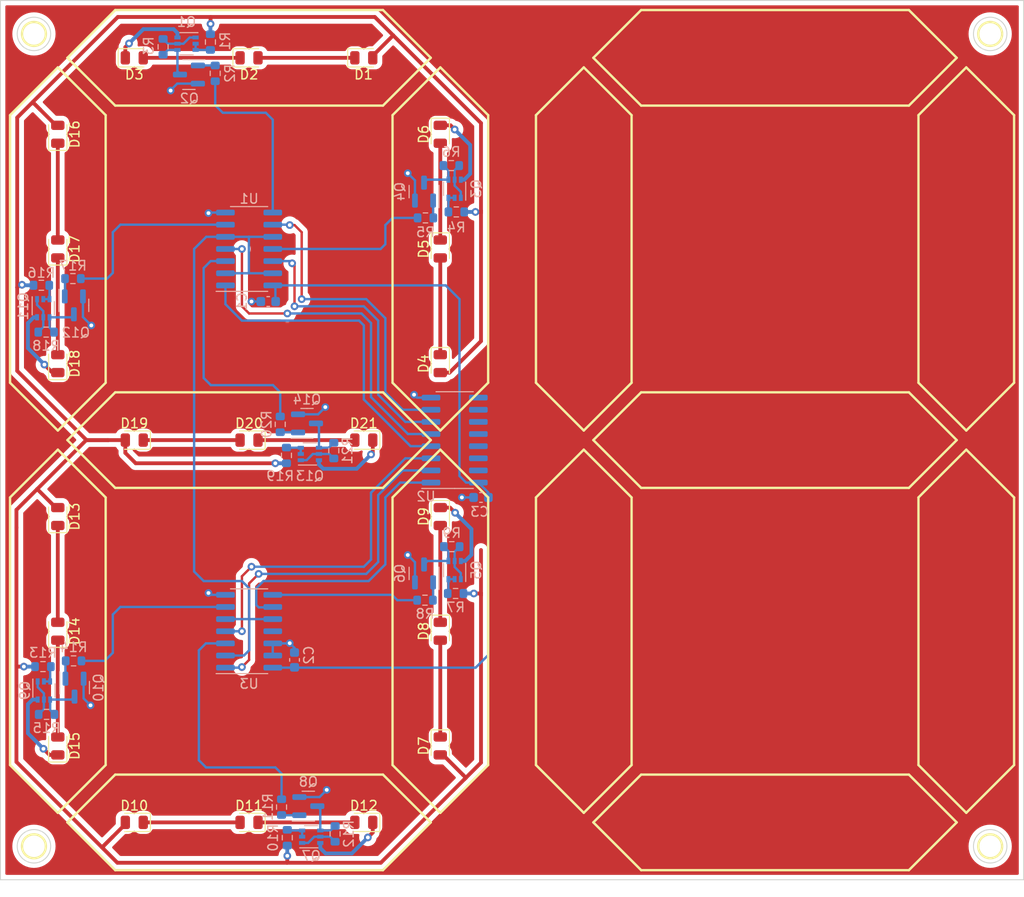
<source format=kicad_pcb>
(kicad_pcb (version 20211014) (generator pcbnew)
  (title_block (comment 4 "AISLER Project ID: KLSCYCWS"))
  (layers (0 "F.Cu" signal) (31 "B.Cu" signal) (34 "B.Paste" user) (35 "F.Paste" user) (36 "B.SilkS" user "B.Silkscreen") (37 "F.SilkS" user "F.Silkscreen") (38 "B.Mask" user) (39 "F.Mask" user) (44 "Edge.Cuts" user))
  (net 0 "")
  (net 1 "+5V")
  (net 2 "GND")
  (net 3 "Net-(D1-Pad1)")
  (net 4 "+12V")
  (net 5 "Net-(D2-Pad1)")
  (net 6 "Net-(D3-Pad1)")
  (net 7 "Net-(D4-Pad1)")
  (net 8 "Net-(D5-Pad1)")
  (net 9 "Net-(D6-Pad1)")
  (net 10 "Net-(D7-Pad1)")
  (net 11 "Net-(D8-Pad1)")
  (net 12 "Net-(D9-Pad1)")
  (net 13 "Net-(D10-Pad1)")
  (net 14 "Net-(D11-Pad1)")
  (net 15 "Net-(D12-Pad1)")
  (net 16 "Net-(D13-Pad1)")
  (net 17 "Net-(D14-Pad1)")
  (net 18 "Net-(D15-Pad1)")
  (net 19 "Net-(D16-Pad1)")
  (net 20 "Net-(D17-Pad1)")
  (net 21 "Net-(D18-Pad1)")
  (net 22 "Net-(D19-Pad1)")
  (net 23 "Net-(D20-Pad1)")
  (net 24 "Net-(D21-Pad1)")
  (net 25 "Net-(Q1-Pad1)")
  (net 26 "Net-(Q1-Pad2)")
  (net 27 "Net-(Q1-Pad4)")
  (net 28 "Net-(Q2-Pad1)")
  (net 29 "Net-(Q3-Pad1)")
  (net 30 "Net-(Q3-Pad2)")
  (net 31 "Net-(Q3-Pad4)")
  (net 32 "Net-(Q4-Pad1)")
  (net 33 "Net-(Q5-Pad1)")
  (net 34 "Net-(Q5-Pad2)")
  (net 35 "Net-(Q5-Pad4)")
  (net 36 "Net-(Q6-Pad1)")
  (net 37 "Net-(Q7-Pad1)")
  (net 38 "Net-(Q7-Pad2)")
  (net 39 "Net-(Q7-Pad4)")
  (net 40 "Net-(Q8-Pad1)")
  (net 41 "Net-(Q9-Pad1)")
  (net 42 "Net-(Q9-Pad2)")
  (net 43 "Net-(Q10-Pad3)")
  (net 44 "Net-(Q10-Pad1)")
  (net 45 "Net-(Q11-Pad1)")
  (net 46 "Net-(Q11-Pad2)")
  (net 47 "Net-(Q11-Pad4)")
  (net 48 "Net-(Q12-Pad1)")
  (net 49 "Net-(Q13-Pad1)")
  (net 50 "Net-(Q13-Pad2)")
  (net 51 "Net-(Q13-Pad4)")
  (net 52 "Net-(Q14-Pad1)")
  (net 53 "PWM")
  (net 54 "SERclr")
  (net 55 "SERclk")
  (net 56 "REGclr")
  (net 57 "OE")
  (net 58 "Serial")
  (net 59 "/Digit-MinuteTen/Araw")
  (net 60 "/Digit-MinuteTen/Braw")
  (net 61 "/Digit-MinuteTen/Craw")
  (net 62 "/Digit-MinuteTen/Draw")
  (net 63 "/Digit-MinuteTen/Eraw")
  (net 64 "/Digit-MinuteTen/Fraw")
  (net 65 "/Digit-MinuteTen/Graw")
  (net 66 "/Digit-MinuteTen/SERout")
  (net 68 "/Digit-MinuteTen/C")
  (net 69 "/Digit-MinuteTen/D")
  (net 70 "/Digit-MinuteTen/E")
  (net 71 "/Digit-MinuteTen/G")
  (net 72 "/Digit-MinuteTen/F")
  (net 74 "/Digit-MinuteTen/B")
  (net 75 "/Digit-MinuteTen/A")
  (footprint "LED_SMD:LED_0805_2012Metric" (layer "F.Cu") (at 207.49375 95 -90)
    (fp_text reference "D5")
    (fp_text value "LTST-C171KRKT ")
  )
  (footprint "LED_SMD:LED_0805_2012Metric" (layer "F.Cu") (at 167.49375 83 90)
    (fp_text reference "D16")
    (fp_text value "LTST-C171KRKT ")
  )
  (footprint "LED_SMD:LED_0805_2012Metric" (layer "F.Cu") (at 167.49375 135 90)
    (fp_text reference "D14")
    (fp_text value "LTST-C171KRKT ")
  )
  (footprint "LED_SMD:LED_0805_2012Metric" (layer "F.Cu") (at 187.49375 155 180)
    (fp_text reference "D11")
    (fp_text value "LTST-C171KRKT ")
  )
  (footprint "LED_SMD:LED_0805_2012Metric" (layer "F.Cu") (at 167.49375 123 90)
    (fp_text reference "D13")
    (fp_text value "LTST-C171KRKT ")
  )
  (footprint "LED_SMD:LED_0805_2012Metric" (layer "F.Cu") (at 207.49375 135 -90)
    (fp_text reference "D8")
    (fp_text value "LTST-C171KRKT ")
  )
  (footprint "LED_SMD:LED_0805_2012Metric" (layer "F.Cu") (at 167.49375 95 90)
    (fp_text reference "D17")
    (fp_text value "LTST-C171KRKT ")
  )
  (footprint "LED_SMD:LED_0805_2012Metric" (layer "F.Cu") (at 175.49375 75)
    (fp_text reference "D3")
    (fp_text value "LTST-C171KRKT ")
  )
  (footprint "LED_SMD:LED_0805_2012Metric" (layer "F.Cu") (at 207.49375 147 -90)
    (fp_text reference "D7")
    (fp_text value "LTST-C171KRKT ")
  )
  (footprint "LED_SMD:LED_0805_2012Metric" (layer "F.Cu") (at 199.49375 155 180)
    (fp_text reference "D12")
    (fp_text value "LTST-C171KRKT ")
  )
  (footprint "LED_SMD:LED_0805_2012Metric" (layer "F.Cu") (at 207.49375 107 -90)
    (fp_text reference "D4")
    (fp_text value "LTST-C171KRKT ")
  )
  (footprint "LED_SMD:LED_0805_2012Metric" (layer "F.Cu") (at 187.49375 115 180)
    (fp_text reference "D20")
    (fp_text value "LTST-C171KRKT ")
  )
  (footprint "LED_SMD:LED_0805_2012Metric" (layer "F.Cu") (at 207.49375 123 -90)
    (fp_text reference "D9")
    (fp_text value "LTST-C171KRKT ")
  )
  (footprint "LED_SMD:LED_0805_2012Metric" (layer "F.Cu") (at 207.49375 83 -90)
    (fp_text reference "D6")
    (fp_text value "LTST-C171KRKT ")
  )
  (footprint "LED_SMD:LED_0805_2012Metric" (layer "F.Cu") (at 175.49375 115 180)
    (fp_text reference "D19")
    (fp_text value "LTST-C171KRKT ")
  )
  (footprint "LED_SMD:LED_0805_2012Metric" (layer "F.Cu") (at 187.49375 75)
    (fp_text reference "D2")
    (fp_text value "LTST-C171KRKT ")
  )
  (footprint "LED_SMD:LED_0805_2012Metric" (layer "F.Cu") (at 167.49375 147 90)
    (fp_text reference "D15")
    (fp_text value "LTST-C171KRKT ")
  )
  (footprint "LED_SMD:LED_0805_2012Metric" (layer "F.Cu") (at 175.49375 155 180)
    (fp_text reference "D10")
    (fp_text value "LTST-C171KRKT ")
  )
  (footprint "LED_SMD:LED_0805_2012Metric" (layer "F.Cu") (at 199.49375 75)
    (fp_text reference "D1")
    (fp_text value "LTST-C171KRKT ")
  )
  (footprint "LED_SMD:LED_0805_2012Metric" (layer "F.Cu") (at 199.49375 115 180)
    (fp_text reference "D21")
    (fp_text value "LTST-C171KRKT ")
  )
  (footprint "LED_SMD:LED_0805_2012Metric" (layer "F.Cu") (at 167.49375 107 90)
    (fp_text reference "D18")
    (fp_text value "LTST-C171KRKT ")
  )
  (footprint "Resistor_SMD:R_0603_1608Metric" (layer "B.Cu") (at 165.775 98.8)
    (fp_text reference "R16")
    (fp_text value "10k")
  )
  (footprint "Resistor_SMD:R_0603_1608Metric" (layer "B.Cu") (at 190.75625 113.35 -90)
    (fp_text reference "R20")
    (fp_text value "10")
  )
  (footprint "Package_TO_SOT_SMD:SOT-363_SC-70-6" (layer "B.Cu") (at 208.99375 128.6 90)
    (fp_text reference "Q5")
    (fp_text value "MBT3904DW1")
  )
  (footprint "Package_TO_SOT_SMD:SOT-363_SC-70-6" (layer "B.Cu") (at 180.95625 73.525 180)
    (fp_text reference "Q1")
    (fp_text value "MBT3904DW1")
  )
  (footprint "Package_TO_SOT_SMD:SOT-23" (layer "B.Cu") (at 169.175 100.9 -90)
    (fp_text reference "Q12")
    (fp_text value "IRLML6346")
  )
  (footprint "Package_TO_SOT_SMD:SOT-363_SC-70-6" (layer "B.Cu") (at 208.99375 88.7 90)
    (fp_text reference "Q3")
    (fp_text value "MBT3904DW1")
  )
  (footprint "Resistor_SMD:R_0603_1608Metric" (layer "B.Cu") (at 183.95625 76.625 90)
    (fp_text reference "R2")
    (fp_text value "10")
  )
  (footprint "Resistor_SMD:R_0603_1608Metric" (layer "B.Cu") (at 169.075 98.1 180)
    (fp_text reference "R17")
    (fp_text value "10")
  )
  (footprint "Resistor_SMD:R_0603_1608Metric" (layer "B.Cu") (at 166.31875 143.7)
    (fp_text reference "R15")
    (fp_text value "36")
  )
  (footprint "Resistor_SMD:R_0603_1608Metric" (layer "B.Cu") (at 205.89375 131.75)
    (fp_text reference "R8")
    (fp_text value "10")
  )
  (footprint "Resistor_SMD:R_0603_1608Metric" (layer "B.Cu") (at 183.45625 73.35 -90)
    (fp_text reference "R1")
    (fp_text value "10k")
  )
  (footprint "Package_TO_SOT_SMD:SOT-363_SC-70-6" (layer "B.Cu") (at 193.99375 156.5)
    (fp_text reference "Q7")
    (fp_text value "MBT3904DW1")
  )
  (footprint "Package_SO:SOIC-14_3.9x8.7mm_P1.27mm" (layer "B.Cu") (at 187.5 95)
    (fp_text reference "U1")
    (fp_text value "SN74LS08")
  )
  (footprint "Resistor_SMD:R_0603_1608Metric" (layer "B.Cu") (at 166.275 103.7)
    (fp_text reference "R18")
    (fp_text value "36")
  )
  (footprint "Package_TO_SOT_SMD:SOT-23" (layer "B.Cu") (at 193.69375 153.3)
    (fp_text reference "Q8")
    (fp_text value "IRLML6346")
  )
  (footprint "Resistor_SMD:R_0603_1608Metric" (layer "B.Cu") (at 208.64375 86.275 180)
    (fp_text reference "R6")
    (fp_text value "36")
  )
  (footprint "Resistor_SMD:R_0603_1608Metric" (layer "B.Cu") (at 209.16875 91.125 180)
    (fp_text reference "R4")
    (fp_text value "10k")
  )
  (footprint "Resistor_SMD:R_0603_1608Metric" (layer "B.Cu") (at 196.49375 156.2 90)
    (fp_text reference "R12")
    (fp_text value "36")
  )
  (footprint "Package_SO:SOIC-14_3.9x8.7mm_P1.27mm" (layer "B.Cu") (at 187.5 135)
    (fp_text reference "U3")
    (fp_text value "SN74LS08")
  )
  (footprint "Capacitor_SMD:C_0603_1608Metric" (layer "B.Cu") (at 192.25 138 90)
    (fp_text reference "C2")
    (fp_text value "100n")
  )
  (footprint "Resistor_SMD:R_0603_1608Metric" (layer "B.Cu") (at 208.69375 126.15 180)
    (fp_text reference "R9")
    (fp_text value "36")
  )
  (footprint "Package_TO_SOT_SMD:SOT-23" (layer "B.Cu") (at 205.79375 89 90)
    (fp_text reference "Q4")
    (fp_text value "IRLML6346")
  )
  (footprint "Resistor_SMD:R_0603_1608Metric" (layer "B.Cu") (at 178.50625 73.85 -90)
    (fp_text reference "R3")
    (fp_text value "36")
  )
  (footprint "Resistor_SMD:R_0603_1608Metric" (layer "B.Cu") (at 165.94375 138.7)
    (fp_text reference "R13")
    (fp_text value "10k")
  )
  (footprint "Resistor_SMD:R_0603_1608Metric" (layer "B.Cu") (at 191.40625 116.6 90)
    (fp_text reference "R19")
    (fp_text value "10k")
  )
  (footprint "Package_TO_SOT_SMD:SOT-363_SC-70-6" (layer "B.Cu") (at 165.975 101.2 -90)
    (fp_text reference "Q11")
    (fp_text value "MBT3904DW1")
  )
  (footprint "Package_TO_SOT_SMD:SOT-23" (layer "B.Cu") (at 181.20625 76.75 180)
    (fp_text reference "Q2")
    (fp_text value "IRLML6346")
  )
  (footprint "Resistor_SMD:R_0603_1608Metric" (layer "B.Cu") (at 191.49375 156.6 90)
    (fp_text reference "R10")
    (fp_text value "10k")
  )
  (footprint "Resistor_SMD:R_0603_1608Metric" (layer "B.Cu") (at 209.09375 131.05 180)
    (fp_text reference "R7")
    (fp_text value "10k")
  )
  (footprint "Package_SO:SOIC-16_3.9x9.9mm_P1.27mm" (layer "B.Cu") (at 209 115)
    (fp_text reference "U2")
    (fp_text value "SN74HC595DT")
  )
  (footprint "Package_TO_SOT_SMD:SOT-363_SC-70-6" (layer "B.Cu") (at 166.04375 141.2 -90)
    (fp_text reference "Q9")
    (fp_text value "MBT3904DW1")
  )
  (footprint "Package_TO_SOT_SMD:SOT-363_SC-70-6" (layer "B.Cu") (at 193.85625 116.45)
    (fp_text reference "Q13")
    (fp_text value "MBT3904DW1")
  )
  (footprint "Package_TO_SOT_SMD:SOT-23" (layer "B.Cu") (at 193.55625 113.25)
    (fp_text reference "Q14")
    (fp_text value "IRLML6346")
  )
  (footprint "Resistor_SMD:R_0603_1608Metric" (layer "B.Cu") (at 190.89375 153.4 -90)
    (fp_text reference "R11")
    (fp_text value "10")
  )
  (footprint "Resistor_SMD:R_0603_1608Metric" (layer "B.Cu") (at 169.14375 138.1 180)
    (fp_text reference "R14")
    (fp_text value "10")
  )
  (footprint "Resistor_SMD:R_0603_1608Metric" (layer "B.Cu") (at 196.35625 116.1 90)
    (fp_text reference "R21")
    (fp_text value "36")
  )
  (footprint "Package_TO_SOT_SMD:SOT-23" (layer "B.Cu") (at 205.79375 128.95 90)
    (fp_text reference "Q6")
    (fp_text value "IRLML6346")
  )
  (footprint "Capacitor_SMD:C_0603_1608Metric" (layer "B.Cu") (at 211.75 121 180)
    (fp_text reference "C3")
    (fp_text value "100n")
  )
  (footprint "Resistor_SMD:R_0603_1608Metric" (layer "B.Cu") (at 205.94375 91.75)
    (fp_text reference "R5")
    (fp_text value "10")
  )
  (footprint "Package_TO_SOT_SMD:SOT-23" (layer "B.Cu") (at 169.24375 140.9 -90)
    (fp_text reference "Q10")
    (fp_text value "IRLML6346")
  )
  (footprint "Capacitor_SMD:C_0603_1608Metric" (layer "B.Cu") (at 189.5 100.5 180)
    (fp_text reference "C1")
    (fp_text value "100n")
  )
  (gr_line locked (start 167.5 114) (end 172.5 109) (layer "F.SilkS") (width 0.25))
  (gr_line locked (start 212.5 81) (end 207.5 76) (layer "F.SilkS") (width 0.25))
  (gr_line locked (start 262.5 154) (end 267.5 149) (layer "F.SilkS") (width 0.25))
  (gr_line locked (start 173.5 160) (end 201.5 160) (layer "F.SilkS") (width 0.25))
  (gr_line locked (start 212.5 121) (end 207.5 116) (layer "F.SilkS") (width 0.25))
  (gr_line locked (start 212.5 109) (end 212.5 81) (layer "F.SilkS") (width 0.25))
  (gr_line locked (start 172.5 121) (end 167.5 116) (layer "F.SilkS") (width 0.25))
  (gr_line locked (start 267.5 121) (end 262.5 116) (layer "F.SilkS") (width 0.25))
  (gr_line locked (start 227.5 121) (end 222.5 116) (layer "F.SilkS") (width 0.25))
  (gr_line locked (start 228.5 120) (end 256.5 120) (layer "F.SilkS") (width 0.25))
  (gr_line locked (start 256.5 110) (end 228.5 110) (layer "F.SilkS") (width 0.25))
  (gr_line locked (start 162.5 121) (end 162.5 149) (layer "F.SilkS") (width 0.25))
  (gr_line locked (start 261.5 115) (end 256.5 110) (layer "F.SilkS") (width 0.25))
  (gr_line locked (start 201.5 150) (end 173.5 150) (layer "F.SilkS") (width 0.25))
  (gr_line locked (start 228.5 70) (end 223.5 75) (layer "F.SilkS") (width 0.25))
  (gr_line locked (start 206.5 155) (end 201.5 150) (layer "F.SilkS") (width 0.25))
  (gr_line locked (start 256.5 160) (end 261.5 155) (layer "F.SilkS") (width 0.25))
  (gr_line locked (start 222.5 154) (end 227.5 149) (layer "F.SilkS") (width 0.25))
  (gr_line locked (start 228.5 150) (end 223.5 155) (layer "F.SilkS") (width 0.25))
  (gr_line locked (start 228.5 80) (end 256.5 80) (layer "F.SilkS") (width 0.25))
  (gr_line locked (start 207.5 154) (end 212.5 149) (layer "F.SilkS") (width 0.25))
  (gr_line locked (start 256.5 150) (end 228.5 150) (layer "F.SilkS") (width 0.25))
  (gr_line locked (start 223.5 115) (end 228.5 120) (layer "F.SilkS") (width 0.25))
  (gr_line locked (start 223.5 155) (end 228.5 160) (layer "F.SilkS") (width 0.25))
  (gr_line locked (start 227.5 149) (end 227.5 121) (layer "F.SilkS") (width 0.25))
  (gr_circle locked (center 165 72.5) (end 166.25 72.5) (layer "F.SilkS") (width 0.25) (fill none))
  (gr_line locked (start 172.5 149) (end 172.5 121) (layer "F.SilkS") (width 0.25))
  (gr_line locked (start 222.5 116) (end 217.5 121) (layer "F.SilkS") (width 0.25))
  (gr_line locked (start 162.5 149) (end 167.5 154) (layer "F.SilkS") (width 0.25))
  (gr_line locked (start 256.5 120) (end 261.5 115) (layer "F.SilkS") (width 0.25))
  (gr_line locked (start 261.5 75) (end 256.5 70) (layer "F.SilkS") (width 0.25))
  (gr_line locked (start 228.5 160) (end 256.5 160) (layer "F.SilkS") (width 0.25))
  (gr_line locked (start 267.5 109) (end 267.5 81) (layer "F.SilkS") (width 0.25))
  (gr_line locked (start 222.5 114) (end 227.5 109) (layer "F.SilkS") (width 0.25))
  (gr_line locked (start 257.5 121) (end 257.5 149) (layer "F.SilkS") (width 0.25))
  (gr_line locked (start 201.5 70) (end 173.5 70) (layer "F.SilkS") (width 0.25))
  (gr_line locked (start 222.5 76) (end 217.5 81) (layer "F.SilkS") (width 0.25))
  (gr_line locked (start 172.5 109) (end 172.5 81) (layer "F.SilkS") (width 0.25))
  (gr_circle locked (center 165 157.5) (end 166.25 157.5) (layer "F.SilkS") (width 0.25) (fill none))
  (gr_line locked (start 167.5 116) (end 162.5 121) (layer "F.SilkS") (width 0.25))
  (gr_line locked (start 267.5 149) (end 267.5 121) (layer "F.SilkS") (width 0.25))
  (gr_line locked (start 162.5 81) (end 162.5 109) (layer "F.SilkS") (width 0.25))
  (gr_line locked (start 167.5 154) (end 172.5 149) (layer "F.SilkS") (width 0.25))
  (gr_line locked (start 162.5 109) (end 167.5 114) (layer "F.SilkS") (width 0.25))
  (gr_line locked (start 212.5 149) (end 212.5 121) (layer "F.SilkS") (width 0.25))
  (gr_line locked (start 201.5 160) (end 206.5 155) (layer "F.SilkS") (width 0.25))
  (gr_line locked (start 262.5 76) (end 257.5 81) (layer "F.SilkS") (width 0.25))
  (gr_line locked (start 202.5 121) (end 202.5 149) (layer "F.SilkS") (width 0.25))
  (gr_line locked (start 207.5 114) (end 212.5 109) (layer "F.SilkS") (width 0.25))
  (gr_line locked (start 228.5 110) (end 223.5 115) (layer "F.SilkS") (width 0.25))
  (gr_line locked (start 202.5 81) (end 202.5 109) (layer "F.SilkS") (width 0.25))
  (gr_line locked (start 206.5 115) (end 201.5 110) (layer "F.SilkS") (width 0.25))
  (gr_line locked (start 168.5 155) (end 173.5 160) (layer "F.SilkS") (width 0.25))
  (gr_line locked (start 207.5 76) (end 202.5 81) (layer "F.SilkS") (width 0.25))
  (gr_line locked (start 227.5 109) (end 227.5 81) (layer "F.SilkS") (width 0.25))
  (gr_line locked (start 168.5 115) (end 173.5 120) (layer "F.SilkS") (width 0.25))
  (gr_line locked (start 206.5 75) (end 201.5 70) (layer "F.SilkS") (width 0.25))
  (gr_line locked (start 217.5 149) (end 222.5 154) (layer "F.SilkS") (width 0.25))
  (gr_line locked (start 217.5 81) (end 217.5 109) (layer "F.SilkS") (width 0.25))
  (gr_line locked (start 172.5 81) (end 167.5 76) (layer "F.SilkS") (width 0.25))
  (gr_line locked (start 207.5 116) (end 202.5 121) (layer "F.SilkS") (width 0.25))
  (gr_line locked (start 262.5 116) (end 257.5 121) (layer "F.SilkS") (width 0.25))
  (gr_line locked (start 167.5 76) (end 162.5 81) (layer "F.SilkS") (width 0.25))
  (gr_line locked (start 256.5 70) (end 228.5 70) (layer "F.SilkS") (width 0.25))
  (gr_line locked (start 223.5 75) (end 228.5 80) (layer "F.SilkS") (width 0.25))
  (gr_line locked (start 267.5 81) (end 262.5 76) (layer "F.SilkS") (width 0.25))
  (gr_line locked (start 217.5 121) (end 217.5 149) (layer "F.SilkS") (width 0.25))
  (gr_line locked (start 257.5 81) (end 257.5 109) (layer "F.SilkS") (width 0.25))
  (gr_line locked (start 202.5 149) (end 207.5 154) (layer "F.SilkS") (width 0.25))
  (gr_line locked (start 257.5 149) (end 262.5 154) (layer "F.SilkS") (width 0.25))
  (gr_circle locked (center 265 72.5) (end 266.25 72.5) (layer "F.SilkS") (width 0.25) (fill none))
  (gr_line locked (start 173.5 110) (end 168.5 115) (layer "F.SilkS") (width 0.25))
  (gr_line locked (start 173.5 80) (end 201.5 80) (layer "F.SilkS") (width 0.25))
  (gr_line locked (start 262.5 114) (end 267.5 109) (layer "F.SilkS") (width 0.25))
  (gr_line locked (start 217.5 109) (end 222.5 114) (layer "F.SilkS") (width 0.25))
  (gr_line locked (start 173.5 70) (end 168.5 75) (layer "F.SilkS") (width 0.25))
  (gr_circle locked (center 265 157.5) (end 266.25 157.5) (layer "F.SilkS") (width 0.25) (fill none))
  (gr_line locked (start 261.5 155) (end 256.5 150) (layer "F.SilkS") (width 0.25))
  (gr_line locked (start 173.5 150) (end 168.5 155) (layer "F.SilkS") (width 0.25))
  (gr_line locked (start 227.5 81) (end 222.5 76) (layer "F.SilkS") (width 0.25))
  (gr_line locked (start 256.5 80) (end 261.5 75) (layer "F.SilkS") (width 0.25))
  (gr_line locked (start 201.5 120) (end 206.5 115) (layer "F.SilkS") (width 0.25))
  (gr_line locked (start 201.5 110) (end 173.5 110) (layer "F.SilkS") (width 0.25))
  (gr_line locked (start 173.5 120) (end 201.5 120) (layer "F.SilkS") (width 0.25))
  (gr_line locked (start 168.5 75) (end 173.5 80) (layer "F.SilkS") (width 0.25))
  (gr_line locked (start 257.5 109) (end 262.5 114) (layer "F.SilkS") (width 0.25))
  (gr_line locked (start 201.5 80) (end 206.5 75) (layer "F.SilkS") (width 0.25))
  (gr_line locked (start 202.5 109) (end 207.5 114) (layer "F.SilkS") (width 0.25))
  (gr_circle (center 165 72.5) (end 166.75 72.5) (layer "Edge.Cuts") (width 0.1) (fill none))
  (gr_line (start 268.5 161) (end 161.5 161) (layer "Edge.Cuts") (width 0.1))
  (gr_line (start 268.5 69) (end 268.5 161) (layer "Edge.Cuts") (width 0.1))
  (gr_circle (center 265 157.5) (end 266.75 157.5) (layer "Edge.Cuts") (width 0.1) (fill none))
  (gr_line locked (start 161.5 69) (end 268.5 69) (layer "Edge.Cuts") (width 0.1))
  (gr_line (start 161.5 161) (end 161.5 69) (layer "Edge.Cuts") (width 0.1))
  (gr_circle (center 265 72.5) (end 266.75 72.5) (layer "Edge.Cuts") (width 0.1) (fill none))
  (gr_circle (center 165 157.5) (end 166.75 157.5) (layer "Edge.Cuts") (width 0.1) (fill none))
  (gr_text "" (at 162.5 161.019566) (layer "F.SilkS") (effects (font (size 4.83362 3.04518) (thickness 0.604202)) (justify left top)))
  (segment (start 189.975 138.81) (end 211.19 138.81) (width 0.25) (layer "B.Cu") (net 1))
  (segment (start 208.06 98.81) (end 209.5 100.25) (width 0.25) (layer "B.Cu") (net 1))
  (segment (start 211.19 138.81) (end 212.5 137.5) (width 0.25) (layer "B.Cu") (net 1))
  (segment (start 212.5 120.47) (end 211.475 119.445) (width 0.25) (layer "B.Cu") (net 1))
  (segment (start 209.5 100.25) (end 209.5 118.75) (width 0.25) (layer "B.Cu") (net 1))
  (segment (start 210.195 119.445) (end 211.475 119.445) (width 0.25) (layer "B.Cu") (net 1))
  (segment (start 190.25 99.085) (end 189.975 98.81) (width 0.25) (layer "B.Cu") (net 1))
  (segment (start 190.025 138.86) (end 189.975 138.81) (width 0.25) (layer "B.Cu") (net 1))
  (segment (start 190.275 100.5) (end 190.25 100.475) (width 0.25) (layer "B.Cu") (net 1))
  (segment (start 189.975 98.81) (end 208.06 98.81) (width 0.25) (layer "B.Cu") (net 1))
  (segment (start 212.5 137.5) (end 212.5 120.47) (width 0.25) (layer "B.Cu") (net 1))
  (segment (start 190.25 100.475) (end 190.25 99.085) (width 0.25) (layer "B.Cu") (net 1))
  (segment (start 209.5 118.75) (end 210.195 119.445) (width 0.25) (layer "B.Cu") (net 1))
  (via (at 191.75 136.25) (size 0.8) (drill 0.4) (layers "F.Cu" "B.Cu") (net 2))
  (via (at 195.61875 151.6) (size 0.8) (drill 0.4) (layers "F.Cu" "B.Cu") (net 2))
  (via (at 195.46875 111.55) (size 0.8) (drill 0.4) (layers "F.Cu" "B.Cu") (net 2))
  (via (at 170.91875 142.75) (size 0.8) (drill 0.4) (layers "F.Cu" "B.Cu") (net 2))
  (via (at 183.25 91.25) (size 0.8) (drill 0.4) (layers "F.Cu" "B.Cu") (net 2))
  (via (at 204.09375 127.025) (size 0.8) (drill 0.4) (layers "F.Cu" "B.Cu") (net 2))
  (via (at 171 103) (size 0.8) (drill 0.4) (layers "F.Cu" "B.Cu") (net 2))
  (via (at 183.25 131) (size 0.8) (drill 0.4) (layers "F.Cu" "B.Cu") (net 2))
  (via (at 179.29375 78.425) (size 0.8) (drill 0.4) (layers "F.Cu" "B.Cu") (net 2))
  (via (at 204.75 110.25) (size 0.8) (drill 0.4) (layers "F.Cu" "B.Cu") (net 2))
  (via (at 209.75 121) (size 0.8) (drill 0.4) (layers "F.Cu" "B.Cu") (net 2))
  (via (at 187.75 100.5) (size 0.8) (drill 0.4) (layers "F.Cu" "B.Cu") (net 2))
  (via (at 204.09375 87.075) (size 0.8) (drill 0.4) (layers "F.Cu" "B.Cu") (net 2))
  (segment (start 204.84375 129.8875) (end 204.84375 127.775) (width 0.25) (layer "B.Cu") (net 2))
  (segment (start 192.25 136.75) (end 191.75 136.25) (width 0.25) (layer "B.Cu") (net 2))
  (segment (start 183.25 91.25) (end 183.31 91.19) (width 0.25) (layer "B.Cu") (net 2))
  (segment (start 194.86875 152.35) (end 195.61875 151.6) (width 0.25) (layer "B.Cu") (net 2))
  (segment (start 170.19375 142.025) (end 170.91875 142.75) (width 0.25) (layer "B.Cu") (net 2))
  (segment (start 179.29375 78.3875) (end 179.98125 77.7) (width 0.25) (layer "B.Cu") (net 2))
  (segment (start 179.98125 77.7) (end 182.21875 77.7) (width 0.25) (layer "B.Cu") (net 2))
  (segment (start 210.975 121) (end 209.75 121) (width 0.25) (layer "B.Cu") (net 2))
  (segment (start 192.61875 112.3) (end 194.71875 112.3) (width 0.25) (layer "B.Cu") (net 2))
  (segment (start 171 103) (end 170.125 102.125) (width 0.25) (layer "B.Cu") (net 2))
  (segment (start 205.055 110.555) (end 206.525 110.555) (width 0.25) (layer "B.Cu") (net 2))
  (segment (start 204.75 110.25) (end 205.055 110.555) (width 0.25) (layer "B.Cu") (net 2))
  (segment (start 187.75 100.5) (end 188.725 100.5) (width 0.25) (layer "B.Cu") (net 2))
  (segment (start 194.71875 112.3) (end 195.46875 111.55) (width 0.25) (layer "B.Cu") (net 2))
  (segment (start 189.975 137.54) (end 189.975 136.27) (width 0.25) (layer "B.Cu") (net 2))
  (segment (start 185.025 131.19) (end 183.44 131.19) (width 0.25) (layer "B.Cu") (net 2))
  (segment (start 170.19375 139.9625) (end 170.19375 142.025) (width 0.25) (layer "B.Cu") (net 2))
  (segment (start 192.25 137.225) (end 192.25 136.75) (width 0.25) (layer "B.Cu") (net 2))
  (segment (start 204.84375 127.775) (end 204.09375 127.025) (width 0.25) (layer "B.Cu") (net 2))
  (segment (start 204.84375 87.825) (end 204.09375 87.075) (width 0.25) (layer "B.Cu") (net 2))
  (segment (start 170.125 102.125) (end 170.125 99.9625) (width 0.25) (layer "B.Cu") (net 2))
  (segment (start 179.29375 78.425) (end 179.29375 78.3875) (width 0.25) (layer "B.Cu") (net 2))
  (segment (start 192.75625 152.35) (end 194.86875 152.35) (width 0.25) (layer "B.Cu") (net 2))
  (segment (start 183.31 91.19) (end 185.025 91.19) (width 0.25) (layer "B.Cu") (net 2))
  (segment (start 189.975 136.27) (end 191.73 136.27) (width 0.25) (layer "B.Cu") (net 2))
  (segment (start 204.84375 89.9375) (end 204.84375 87.825) (width 0.25) (layer "B.Cu") (net 2))
  (segment (start 183.44 131.19) (end 183.25 131) (width 0.25) (layer "B.Cu") (net 2))
  (segment (start 191.73 136.27) (end 191.75 136.25) (width 0.25) (layer "B.Cu") (net 2))
  (segment (start 198.55625 75) (end 188.43125 75) (width 0.4) (layer "F.Cu") (net 3))
  (segment (start 167.49375 122.0625) (end 167.28125 122.0625) (width 0.4) (layer "F.Cu") (net 4))
  (segment (start 173.775 70.725) (end 183.46875 70.725) (width 0.4) (layer "F.Cu") (net 4))
  (segment (start 211.75 131.25) (end 211.75 126.5) (width 0.4) (layer "F.Cu") (net 4))
  (segment (start 207.49375 147.9375) (end 207.78125 147.9375) (width 0.4) (layer "F.Cu") (net 4))
  (segment (start 201.275 159.225) (end 210.171875 150.328125) (width 0.4) (layer "F.Cu") (net 4))
  (segment (start 191.49375 159.2) (end 191.46875 159.225) (width 0.4) (layer "F.Cu") (net 4))
  (segment (start 200.43125 74.7875) (end 202.56875 72.65) (width 0.4) (layer "F.Cu") (net 4))
  (segment (start 191.46875 159.225) (end 201.275 159.225) (width 0.4) (layer "F.Cu") (net 4))
  (segment (start 172.24375 157.5) (end 172.24375 157.74375) (width 0.4) (layer "F.Cu") (net 4))
  (segment (start 170.49375 115) (end 163.25 107.75625) (width 0.4) (layer "F.Cu") (net 4))
  (segment (start 170.46875 115) (end 165.34375 120.125) (width 0.4) (layer "F.Cu") (net 4))
  (segment (start 163.16875 138.6) (end 163.16875 148.66875) (width 0.4) (layer "F.Cu") (net 4))
  (segment (start 183.46875 71.45) (end 183.46875 70.725) (width 0.4) (layer "F.Cu") (net 4))
  (segment (start 163.94375 138.7) (end 163.26875 138.7) (width 0.4) (layer "F.Cu") (net 4))
  (segment (start 211.75 91) (end 211.625 91.125) (width 0.4) (layer "F.Cu") (net 4))
  (segment (start 207.78125 147.9375) (end 209.86875 150.025) (width 0.4) (layer "F.Cu") (net 4))
  (segment (start 211.75 131) (end 211.75 148.75) (width 0.4) (layer "F.Cu") (net 4))
  (segment (start 165.34375 120.125) (end 164.11875 121.35) (width 0.4) (layer "F.Cu") (net 4))
  (segment (start 211.75 91.25) (end 211.75 81.83125) (width 0.4) (layer "F.Cu") (net 4))
  (segment (start 163.16875 124.15) (end 163.16875 138.6) (width 0.4) (layer "F.Cu") (net 4))
  (segment (start 173.725 159.225) (end 191.46875 159.225) (width 0.4) (layer "F.Cu") (net 4))
  (segment (start 164.98375 79.75) (end 165.66375 80.43) (width 0.4) (layer "F.Cu") (net 4))
  (segment (start 190.24375 117.425) (end 175.64375 117.425) (width 0.4) (layer "F.Cu") (net 4))
  (segment (start 163.26875 138.7) (end 163.16875 138.6) (width 0.4) (layer "F.Cu") (net 4))
  (segment (start 164.11875 121.35) (end 163.16875 122.3) (width 0.4) (layer "F.Cu") (net 4))
  (segment (start 210.171875 150.328125) (end 209.86875 150.025) (width 0.4) (layer "F.Cu") (net 4))
  (segment (start 174.55625 155) (end 174.55625 155.1875) (width 0.4) (layer "F.Cu") (net 4))
  (segment (start 163.16875 148.66875) (end 172.121875 157.621875) (width 0.4) (layer "F.Cu") (net 4))
  (segment (start 174.55625 116.3375) (end 174.55625 115) (width 0.4) (layer "F.Cu") (net 4))
  (segment (start 164.866875 79.633125) (end 173.775 70.725) (width 0.4) (layer "F.Cu") (net 4))
  (segment (start 211.625 91.125) (end 211.16875 91.125) (width 0.4) (layer "F.Cu") (net 4))
  (segment (start 173.23125 156.5125) (end 172.24375 157.5) (width 0.4) (layer "F.Cu") (net 4))
  (segment (start 183.46875 70.725) (end 200.64375 70.725) (width 0.4) (layer "F.Cu") (net 4))
  (segment (start 202.56875 72.65) (end 201.41875 71.5) (width 0.4) (layer "F.Cu") (net 4))
  (segment (start 167.49375 82.0625) (end 167.29625 82.0625) (width 0.4) (layer "F.Cu") (net 4))
  (segment (start 172.76875 115) (end 174.55625 115) (width 0.4) (layer "F.Cu") (net 4))
  (segment (start 167.29625 82.0625) (end 165.66375 80.43) (width 0.4) (layer "F.Cu") (net 4))
  (segment (start 172.76875 115) (end 170.49375 115) (width 0.4) (layer "F.Cu") (net 4))
  (segment (start 200.64375 70.725) (end 201.41875 71.5) (width 0.4) (layer "F.Cu") (net 4))
  (segment (start 211.75 104.64375) (end 211.75 91) (width 0.4) (layer "F.Cu") (net 4))
  (segment (start 211 131.05) (end 211.7 131.05) (width 0.4) (layer "F.Cu") (net 4))
  (segment (start 211.75 148.75) (end 210 150.5) (width 0.4) (layer "F.Cu") (net 4))
  (segment (start 164.75 79.75) (end 164.98375 79.75) (width 0.4) (layer "F.Cu") (net 4))
  (segment (start 208.45625 107.9375) (end 211.75 104.64375) (width 0.4) (layer "F.Cu") (net 4))
  (segment (start 163.525 98.75) (end 163.25 99.025) (width 0.4) (layer "F.Cu") (net 4))
  (segment (start 172.121875 157.621875) (end 173.23125 156.5125) (width 0.4) (layer "F.Cu") (net 4))
  (segment (start 191.49375 158.5) (end 191.49375 159.2) (width 0.4) (layer "F.Cu") (net 4))
  (segment (start 211.7 131.05) (end 211.75 131) (width 0.4) (layer "F.Cu") (net 4))
  (segment (start 211.75 81.83125) (end 202.56875 72.65) (width 0.4) (layer "F.Cu") (net 4))
  (segment (start 165.66375 80.43) (end 164.866875 79.633125) (width 0.4) (layer "F.Cu") (net 4))
  (segment (start 163.25 107.75625) (end 163.25 99.025) (width 0.4) (layer "F.Cu") (net 4))
  (segment (start 175.64375 117.425) (end 174.55625 116.3375) (width 0.4) (layer "F.Cu") (net 4))
  (segment (start 163.25 81.25) (end 164.75 79.75) (width 0.4) (layer "F.Cu") (net 4))
  (segment (start 172.76875 115) (end 170.46875 115) (width 0.4) (layer "F.Cu") (net 4))
  (segment (start 207.49375 107.9375) (end 208.45625 107.9375) (width 0.4) (layer "F.Cu") (net 4))
  (segment (start 174.55625 155.1875) (end 173.23125 156.5125) (width 0.4) (layer "F.Cu") (net 4))
  (segment (start 163.16875 122.3) (end 163.16875 124.15) (width 0.4) (layer "F.Cu") (net 4))
  (segment (start 172.24375 157.74375) (end 173.725 159.225) (width 0.4) (layer "F.Cu") (net 4))
  (segment (start 167.28125 122.0625) (end 165.34375 120.125) (width 0.4) (layer "F.Cu") (net 4))
  (segment (start 163.25 99.025) (end 163.25 81.25) (width 0.4) (layer "F.Cu") (net 4))
  (segment (start 163.75 98.75) (end 163.525 98.75) (width 0.4) (layer "F.Cu") (net 4))
  (segment (start 200.43125 75) (end 200.43125 74.7875) (width 0.4) (layer "F.Cu") (net 4))
  (via (at 211.16875 91.125) (size 0.8) (drill 0.4) (layers "F.Cu" "B.Cu") (net 4))
  (via (at 163.75 98.75) (size 0.8) (drill 0.4) (layers "F.Cu" "B.Cu") (net 4))
  (via (at 163.94375 138.7) (size 0.8) (drill 0.4) (layers "F.Cu" "B.Cu") (net 4))
  (via (at 183.46875 71.45) (size 0.8) (drill 0.4) (layers "F.Cu" "B.Cu") (net 4))
  (via (at 191.49375 158.5) (size 0.8) (drill 0.4) (layers "F.Cu" "B.Cu") (net 4))
  (via (at 211 131.05) (size 0.8) (drill 0.4) (layers "F.Cu" "B.Cu") (net 4))
  (via (at 190.24375 117.425) (size 0.8) (drill 0.4) (layers "F.Cu" "B.Cu") (net 4))
  (segment (start 209.99375 91.125) (end 211.16875 91.125) (width 0.4) (layer "B.Cu") (net 4))
  (segment (start 209.91875 131.05) (end 211 131.05) (width 0.4) (layer "B.Cu") (net 4))
  (segment (start 191.49375 157.425) (end 191.49375 158.5) (width 0.4) (layer "B.Cu") (net 4))
  (segment (start 183.45625 71.4625) (end 183.46875 71.45) (width 0.4) (layer "B.Cu") (net 4))
  (segment (start 190.24375 117.425) (end 191.40625 117.425) (width 0.4) (layer "B.Cu") (net 4))
  (segment (start 164.95 98.8) (end 163.8 98.8) (width 0.4) (layer "B.Cu") (net 4))
  (segment (start 165.11875 138.7) (end 163.94375 138.7) (width 0.4) (layer "B.Cu") (net 4))
  (segment (start 163.8 98.8) (end 163.75 98.75) (width 0.4) (layer "B.Cu") (net 4))
  (segment (start 183.45625 72.525) (end 183.45625 71.4625) (width 0.4) (layer "B.Cu") (net 4))
  (segment (start 186.55625 75) (end 176.43125 75) (width 0.4) (layer "F.Cu") (net 5))
  (segment (start 174.94375 73.5) (end 174.55625 73.8875) (width 0.4) (layer "F.Cu") (net 6))
  (segment (start 174.55625 73.8875) (end 174.55625 75) (width 0.4) (layer "F.Cu") (net 6))
  (via (at 174.94375 73.5) (size 0.8) (drill 0.4) (layers "F.Cu" "B.Cu") (net 6))
  (segment (start 180.00625 72.4) (end 180.00625 72.875) (width 0.4) (layer "B.Cu") (net 6))
  (segment (start 174.94375 73.5) (end 175.44375 73) (width 0.4) (layer "B.Cu") (net 6))
  (segment (start 179.60625 72) (end 180.00625 72.4) (width 0.4) (layer "B.Cu") (net 6))
  (segment (start 175.44375 73) (end 176.44375 72) (width 0.4) (layer "B.Cu") (net 6))
  (segment (start 176.44375 72) (end 179.60625 72) (width 0.4) (layer "B.Cu") (net 6))
  (segment (start 207.49375 106.0625) (end 207.49375 95.9375) (width 0.4) (layer "F.Cu") (net 7))
  (segment (start 207.49375 83.9375) (end 207.49375 94.0625) (width 0.4) (layer "F.Cu") (net 8))
  (segment (start 209 82.5) (end 208.5625 82.0625) (width 0.4) (layer "F.Cu") (net 9))
  (segment (start 208.5625 82.0625) (end 207.49375 82.0625) (width 0.4) (layer "F.Cu") (net 9))
  (via (at 209 82.5) (size 0.8) (drill 0.4) (layers "F.Cu" "B.Cu") (net 9))
  (segment (start 210.61875 87.13125) (end 210 87.75) (width 0.4) (layer "B.Cu") (net 9))
  (segment (start 210.61875 84.11875) (end 210.61875 87.13125) (width 0.4) (layer "B.Cu") (net 9))
  (segment (start 209 82.5) (end 210.61875 84.11875) (width 0.4) (layer "B.Cu") (net 9))
  (segment (start 210 87.75) (end 209.64375 87.75) (width 0.4) (layer "B.Cu") (net 9))
  (segment (start 207.49375 135.9375) (end 207.49375 146.0625) (width 0.4) (layer "F.Cu") (net 10))
  (segment (start 207.49375 123.9375) (end 207.49375 134.0625) (width 0.4) (layer "F.Cu") (net 11))
  (segment (start 208.50625 122.0625) (end 207.49375 122.0625) (width 0.4) (layer "F.Cu") (net 12))
  (segment (start 209.04375 122.6) (end 208.50625 122.0625) (width 0.4) (layer "F.Cu") (net 12))
  (via (at 209.04375 122.6) (size 0.8) (drill 0.4) (layers "F.Cu" "B.Cu") (net 12))
  (segment (start 210.75 127) (end 210.75 124.30625) (width 0.4) (layer "B.Cu") (net 12))
  (segment (start 210.1 127.65) (end 210.75 127) (width 0.4) (layer "B.Cu") (net 12))
  (segment (start 210.75 124.30625) (end 209.04375 122.6) (width 0.4) (layer "B.Cu") (net 12))
  (segment (start 209.64375 127.65) (end 210.1 127.65) (width 0.4) (layer "B.Cu") (net 12))
  (segment (start 176.43125 155) (end 186.55625 155) (width 0.4) (layer "F.Cu") (net 13))
  (segment (start 188.43125 155) (end 198.55625 155) (width 0.4) (layer "F.Cu") (net 14))
  (segment (start 199.91875 156.575) (end 200.43125 156.0625) (width 0.4) (layer "F.Cu") (net 15))
  (segment (start 200.43125 156.0625) (end 200.43125 155) (width 0.4) (layer "F.Cu") (net 15))
  (via (at 199.91875 156.575) (size 0.8) (drill 0.4) (layers "F.Cu" "B.Cu") (net 15))
  (segment (start 194.94375 157.69375) (end 195.5 158.25) (width 0.4) (layer "B.Cu") (net 15))
  (segment (start 198.24375 158.25) (end 199.91875 156.575) (width 0.4) (layer "B.Cu") (net 15))
  (segment (start 194.94375 157.15) (end 194.94375 157.69375) (width 0.4) (layer "B.Cu") (net 15))
  (segment (start 195.5 158.25) (end 198.24375 158.25) (width 0.4) (layer "B.Cu") (net 15))
  (segment (start 167.49375 123.9375) (end 167.49375 134.0625) (width 0.4) (layer "F.Cu") (net 16))
  (segment (start 167.49375 135.9375) (end 167.49375 146.0625) (width 0.4) (layer "F.Cu") (net 17))
  (segment (start 166.63125 147.9375) (end 165.99375 147.3) (width 0.4) (layer "F.Cu") (net 18))
  (segment (start 167.49375 147.9375) (end 166.63125 147.9375) (width 0.4) (layer "F.Cu") (net 18))
  (via (at 165.99375 147.3) (size 0.8) (drill 0.4) (layers "F.Cu" "B.Cu") (net 18))
  (segment (start 164.36875 145.675) (end 164.36875 142.63125) (width 0.4) (layer "B.Cu") (net 18))
  (segment (start 165.99375 147.3) (end 164.36875 145.675) (width 0.4) (layer "B.Cu") (net 18))
  (segment (start 164.36875 142.63125) (end 164.85 142.15) (width 0.4) (layer "B.Cu") (net 18))
  (segment (start 164.85 142.15) (end 165.39375 142.15) (width 0.4) (layer "B.Cu") (net 18))
  (segment (start 167.49375 83.9375) (end 167.49375 94.0625) (width 0.4) (layer "F.Cu") (net 19))
  (segment (start 167.49375 95.9375) (end 167.49375 106.0625) (width 0.4) (layer "F.Cu") (net 20))
  (segment (start 167.49375 107.9375) (end 166.93125 107.9375) (width 0.4) (layer "F.Cu") (net 21))
  (segment (start 166.93125 107.9375) (end 166.09375 107.1) (width 0.4) (layer "F.Cu") (net 21))
  (via (at 166.09375 107.1) (size 0.8) (drill 0.4) (layers "F.Cu" "B.Cu") (net 21))
  (segment (start 165.49375 106.5) (end 165.49375 106.49375) (width 0.4) (layer "B.Cu") (net 21))
  (segment (start 165.49375 106.5) (end 165.5 106.5) (width 0.4) (layer "B.Cu") (net 21))
  (segment (start 165.49375 106.49375) (end 164.375 105.375) (width 0.4) (layer "B.Cu") (net 21))
  (segment (start 166.09375 107.1) (end 165.49375 106.5) (width 0.4) (layer "B.Cu") (net 21))
  (segment (start 164.375 102.75) (end 164.975 102.15) (width 0.4) (layer "B.Cu") (net 21))
  (segment (start 164.975 102.15) (end 165.325 102.15) (width 0.4) (layer "B.Cu") (net 21))
  (segment (start 164.375 105.375) (end 164.375 102.75) (width 0.4) (layer "B.Cu") (net 21))
  (segment (start 176.43125 115) (end 186.55625 115) (width 0.4) (layer "F.Cu") (net 22))
  (segment (start 188.43125 115) (end 198.55625 115) (width 0.4) (layer "F.Cu") (net 23))
  (segment (start 200.25 116.5) (end 200.43125 116.31875) (width 0.4) (layer "F.Cu") (net 24))
  (segment (start 200.43125 116.31875) (end 200.43125 115) (width 0.4) (layer "F.Cu") (net 24))
  (via (at 200.25 116.5) (size 0.8) (drill 0.4) (layers "F.Cu" "B.Cu") (net 24))
  (segment (start 194.80625 117.55625) (end 194.80625 117.1) (width 0.4) (layer "B.Cu") (net 24))
  (segment (start 200.25 116.5) (end 198.75 118) (width 0.4) (layer "B.Cu") (net 24))
  (segment (start 195.25 118) (end 194.80625 117.55625) (width 0.4) (layer "B.Cu") (net 24))
  (segment (start 198.75 118) (end 195.25 118) (width 0.4) (layer "B.Cu") (net 24))
  (segment (start 180.63125 73.525) (end 180.00625 73.525) (width 0.25) (layer "B.Cu") (net 25))
  (segment (start 179.00625 73.525) (end 178.50625 73.025) (width 0.25) (layer "B.Cu") (net 25))
  (segment (start 181.28125 72.875) (end 180.63125 73.525) (width 0.25) (layer "B.Cu") (net 25))
  (segment (start 181.90625 72.875) (end 181.28125 72.875) (width 0.25) (layer "B.Cu") (net 25))
  (segment (start 180.00625 73.525) (end 179.00625 73.525) (width 0.25) (layer "B.Cu") (net 25))
  (segment (start 181.90625 74.175) (end 183.45625 74.175) (width 0.25) (layer "B.Cu") (net 26))
  (segment (start 181.90625 74.175) (end 181.90625 73.525) (width 0.25) (layer "B.Cu") (net 26))
  (segment (start 180.00625 74.175) (end 180.00625 76.4125) (width 0.25) (layer "B.Cu") (net 27))
  (segment (start 180.00625 74.175) (end 179.00625 74.175) (width 0.25) (layer "B.Cu") (net 27))
  (segment (start 179.00625 74.175) (end 178.50625 74.675) (width 0.25) (layer "B.Cu") (net 27))
  (segment (start 180.00625 76.4125) (end 180.34375 76.75) (width 0.25) (layer "B.Cu") (net 27))
  (segment (start 184.08125 75.8) (end 182.21875 75.8) (width 0.25) (layer "B.Cu") (net 28))
  (segment (start 208.99375 87.75) (end 208.99375 86.75) (width 0.25) (layer "B.Cu") (net 29))
  (segment (start 208.99375 88.375) (end 208.99375 87.75) (width 0.25) (layer "B.Cu") (net 29))
  (segment (start 208.99375 86.75) (end 209.46875 86.275) (width 0.25) (layer "B.Cu") (net 29))
  (segment (start 209.64375 89.65) (end 209.64375 89.025) (width 0.25) (layer "B.Cu") (net 29))
  (segment (start 209.64375 89.025) (end 208.99375 88.375) (width 0.25) (layer "B.Cu") (net 29))
  (segment (start 208.99375 89.65) (end 208.34375 89.65) (width 0.25) (layer "B.Cu") (net 30))
  (segment (start 208.34375 89.65) (end 208.34375 91.125) (width 0.25) (layer "B.Cu") (net 30))
  (segment (start 208.34375 86.8) (end 207.81875 86.275) (width 0.25) (layer "B.Cu") (net 31))
  (segment (start 208.34375 87.75) (end 208.34375 86.8) (width 0.25) (layer "B.Cu") (net 31))
  (segment (start 208.34375 87.75) (end 206.10625 87.75) (width 0.25) (layer "B.Cu") (net 31))
  (segment (start 206.10625 87.75) (end 205.79375 88.0625) (width 0.25) (layer "B.Cu") (net 31))
  (segment (start 206.74375 91.725) (end 206.76875 91.75) (width 0.25) (layer "B.Cu") (net 32))
  (segment (start 206.74375 89.9375) (end 206.74375 91.725) (width 0.25) (layer "B.Cu") (net 32))
  (segment (start 208.99375 127.65) (end 208.99375 126.675) (width 0.25) (layer "B.Cu") (net 33))
  (segment (start 208.99375 126.675) (end 209.51875 126.15) (width 0.25) (layer "B.Cu") (net 33))
  (segment (start 209.64375 128.925) (end 209.64375 129.55) (width 0.25) (layer "B.Cu") (net 33))
  (segment (start 208.99375 128.275) (end 209.64375 128.925) (width 0.25) (layer "B.Cu") (net 33))
  (segment (start 208.99375 127.65) (end 208.99375 128.275) (width 0.25) (layer "B.Cu") (net 33))
  (segment (start 208.34375 129.55) (end 208.99375 129.55) (width 0.25) (layer "B.Cu") (net 34))
  (segment (start 208.34375 130.975) (end 208.26875 131.05) (width 0.25) (layer "B.Cu") (net 34))
  (segment (start 208.34375 129.55) (end 208.34375 130.975) (width 0.25) (layer "B.Cu") (net 34))
  (segment (start 208.34375 127.65) (end 206.15625 127.65) (width 0.25) (layer "B.Cu") (net 35))
  (segment (start 208.34375 126.625) (end 207.86875 126.15) (width 0.25) (layer "B.Cu") (net 35))
  (segment (start 208.34375 127.65) (end 208.34375 126.625) (width 0.25) (layer "B.Cu") (net 35))
  (segment (start 206.15625 127.65) (end 205.79375 128.0125) (width 0.25) (layer "B.Cu") (net 35))
  (segment (start 206.74375 129.8875) (end 206.74375 131.725) (width 0.25) (layer "B.Cu") (net 36))
  (segment (start 206.74375 131.725) (end 206.71875 131.75) (width 0.25) (layer "B.Cu") (net 36))
  (segment (start 193.66875 157.15) (end 193.04375 157.15) (width 0.25) (layer "B.Cu") (net 37))
  (segment (start 194.31875 156.5) (end 193.66875 157.15) (width 0.25) (layer "B.Cu") (net 37))
  (segment (start 195.96875 156.5) (end 196.49375 157.025) (width 0.25) (layer "B.Cu") (net 37))
  (segment (start 194.94375 156.5) (end 195.96875 156.5) (width 0.25) (layer "B.Cu") (net 37))
  (segment (start 194.94375 156.5) (end 194.31875 156.5) (width 0.25) (layer "B.Cu") (net 37))
  (segment (start 191.56875 155.85) (end 191.49375 155.775) (width 0.25) (layer "B.Cu") (net 38))
  (segment (start 193.04375 155.85) (end 191.56875 155.85) (width 0.25) (layer "B.Cu") (net 38))
  (segment (start 193.04375 156.5) (end 193.04375 155.85) (width 0.25) (layer "B.Cu") (net 38))
  (segment (start 196.01875 155.85) (end 196.49375 155.375) (width 0.25) (layer "B.Cu") (net 39))
  (segment (start 194.94375 155.85) (end 194.94375 153.6125) (width 0.25) (layer "B.Cu") (net 39))
  (segment (start 194.94375 153.6125) (end 194.63125 153.3) (width 0.25) (layer "B.Cu") (net 39))
  (segment (start 194.94375 155.85) (end 196.01875 155.85) (width 0.25) (layer "B.Cu") (net 39))
  (segment (start 192.75625 154.25) (end 190.91875 154.25) (width 0.25) (layer "B.Cu") (net 40))
  (segment (start 190.91875 154.25) (end 190.89375 154.225) (width 0.25) (layer "B.Cu") (net 40))
  (segment (start 166.04375 141.5) (end 166.04375 142.15) (width 0.25) (layer "B.Cu") (net 41))
  (segment (start 165.39375 140.85) (end 166.04375 141.5) (width 0.25) (layer "B.Cu") (net 41))
  (segment (start 166.04375 143.15) (end 165.49375 143.7) (width 0.25) (layer "B.Cu") (net 41))
  (segment (start 165.39375 140.25) (end 165.39375 140.85) (width 0.25) (layer "B.Cu") (net 41))
  (segment (start 166.04375 142.15) (end 166.04375 143.15) (width 0.25) (layer "B.Cu") (net 41))
  (segment (start 166.69375 140.25) (end 166.69375 138.775) (width 0.25) (layer "B.Cu") (net 42))
  (segment (start 166.69375 138.775) (end 166.76875 138.7) (width 0.25) (layer "B.Cu") (net 42))
  (segment (start 166.04375 140.25) (end 166.69375 140.25) (width 0.25) (layer "B.Cu") (net 42))
  (segment (start 166.69375 142.15) (end 166.69375 143.25) (width 0.25) (layer "B.Cu") (net 43))
  (segment (start 166.69375 143.25) (end 167.14375 143.7) (width 0.25) (layer "B.Cu") (net 43))
  (segment (start 166.69375 142.15) (end 168.93125 142.15) (width 0.25) (layer "B.Cu") (net 43))
  (segment (start 168.93125 142.15) (end 169.24375 141.8375) (width 0.25) (layer "B.Cu") (net 43))
  (segment (start 168.29375 139.9625) (end 168.29375 138.125) (width 0.25) (layer "B.Cu") (net 44))
  (segment (start 168.29375 138.125) (end 168.31875 138.1) (width 0.25) (layer "B.Cu") (net 44))
  (segment (start 165.325 100.85) (end 165.325 100.25) (width 0.25) (layer "B.Cu") (net 45))
  (segment (start 165.975 102.15) (end 165.975 103.175) (width 0.25) (layer "B.Cu") (net 45))
  (segment (start 165.975 102.15) (end 165.975 101.5) (width 0.25) (layer "B.Cu") (net 45))
  (segment (start 165.975 103.175) (end 165.45 103.7) (width 0.25) (layer "B.Cu") (net 45))
  (segment (start 165.975 101.5) (end 165.325 100.85) (width 0.25) (layer "B.Cu") (net 45))
  (segment (start 166.625 100.25) (end 166.625 98.825) (width 0.25) (layer "B.Cu") (net 46))
  (segment (start 165.975 100.25) (end 166.625 100.25) (width 0.25) (layer "B.Cu") (net 46))
  (segment (start 166.625 102.15) (end 168.8625 102.15) (width 0.25) (layer "B.Cu") (net 47))
  (segment (start 166.625 103.225) (end 167.1 103.7) (width 0.25) (layer "B.Cu") (net 47))
  (segment (start 166.625 102.15) (end 166.625 103.225) (width 0.25) (layer "B.Cu") (net 47))
  (segment (start 168.25 98.1) (end 168.25 99.9375) (width 0.25) (layer "B.Cu") (net 48))
  (segment (start 193.51875 117.1) (end 194.16875 116.45) (width 0.25) (layer "B.Cu") (net 49))
  (segment (start 194.80625 116.45) (end 195.88125 116.45) (width 0.25) (layer "B.Cu") (net 49))
  (segment (start 194.16875 116.45) (end 194.80625 116.45) (width 0.25) (layer "B.Cu") (net 49))
  (segment (start 195.88125 116.45) (end 196.35625 116.925) (width 0.25) (layer "B.Cu") (net 49))
  (segment (start 192.90625 117.1) (end 193.51875 117.1) (width 0.25) (layer "B.Cu") (net 49))
  (segment (start 192.90625 115.8) (end 191.43125 115.8) (width 0.25) (layer "B.Cu") (net 50))
  (segment (start 191.43125 115.8) (end 191.40625 115.775) (width 0.25) (layer "B.Cu") (net 50))
  (segment (start 192.90625 116.45) (end 192.90625 115.8) (width 0.25) (layer "B.Cu") (net 50))
  (segment (start 194.80625 115.8) (end 195.83125 115.8) (width 0.25) (layer "B.Cu") (net 51))
  (segment (start 194.80625 115.8) (end 194.80625 113.5625) (width 0.25) (layer "B.Cu") (net 51))
  (segment (start 194.80625 113.5625) (end 194.49375 113.25) (width 0.25) (layer "B.Cu") (net 51))
  (segment (start 195.83125 115.8) (end 196.35625 115.275) (width 0.25) (layer "B.Cu") (net 51))
  (segment (start 192.59375 114.175) (end 192.61875 114.2) (width 0.25) (layer "B.Cu") (net 52))
  (segment (start 190.75625 114.175) (end 192.59375 114.175) (width 0.25) (layer "B.Cu") (net 52))
  (segment (start 182.75 129.75) (end 186.75 129.75) (width 0.25) (layer "B.Cu") (net 53))
  (segment (start 185.025 133.73) (end 187.52 133.73) (width 0.25) (layer "B.Cu") (net 53))
  (segment (start 187.52 133.73) (end 189.975 133.73) (width 0.25) (layer "B.Cu") (net 53))
  (segment (start 187.5 133.71) (end 187.52 133.73) (width 0.25) (layer "B.Cu") (net 53))
  (segment (start 187.5 130.5) (end 187.5 133.71) (width 0.25) (layer "B.Cu") (net 53))
  (segment (start 185.025 93.73) (end 187.48 93.73) (width 0.25) (layer "B.Cu") (net 53))
  (segment (start 187.48 93.73) (end 189.975 93.73) (width 0.25) (layer "B.Cu") (net 53))
  (segment (start 186.75 129.75) (end 187.5 130.5) (width 0.25) (layer "B.Cu") (net 53))
  (segment (start 183.02 93.73) (end 181.75 95) (width 0.25) (layer "B.Cu") (net 53))
  (segment (start 189.995 93.75) (end 189.975 93.73) (width 0.25) (layer "B.Cu") (net 53))
  (segment (start 187.52 136.98) (end 187.52 133.73) (width 0.25) (layer "B.Cu") (net 53))
  (segment (start 181.75 95) (end 181.75 128.75) (width 0.25) (layer "B.Cu") (net 53))
  (segment (start 185.025 97.54) (end 187.46 97.54) (width 0.25) (layer "B.Cu") (net 53))
  (segment (start 185.025 137.54) (end 186.96 137.54) (width 0.25) (layer "B.Cu") (net 53))
  (segment (start 187.46 97.54) (end 189.975 97.54) (width 0.25) (layer "B.Cu") (net 53))
  (segment (start 181.75 128.75) (end 182.75 129.75) (width 0.25) (layer "B.Cu") (net 53))
  (segment (start 187.48 97.52) (end 187.48 93.73) (width 0.25) (layer "B.Cu") (net 53))
  (segment (start 187.46 97.54) (end 187.48 97.52) (width 0.25) (layer "B.Cu") (net 53))
  (segment (start 185.025 93.73) (end 183.02 93.73) (width 0.25) (layer "B.Cu") (net 53))
  (segment (start 186.96 137.54) (end 187.52 136.98) (width 0.25) (layer "B.Cu") (net 53))
  (segment (start 193 93.25) (end 192.25 92.5) (width 0.25) (layer "F.Cu") (net 59))
  (segment (start 193 100.25) (end 193 93.25) (width 0.25) (layer "F.Cu") (net 59))
  (segment (start 192.25 92.5) (end 191.75 92.5) (width 0.25) (layer "F.Cu") (net 59))
  (via (at 193 100.25) (size 0.8) (drill 0.4) (layers "F.Cu" "B.Cu") (net 59))
  (via (at 191.75 92.5) (size 0.8) (drill 0.4) (layers "F.Cu" "B.Cu") (net 59))
  (segment (start 199.75 100.25) (end 201.75 102.25) (width 0.25) (layer "B.Cu") (net 59))
  (segment (start 203.575 111.825) (end 206.525 111.825) (width 0.25) (layer "B.Cu") (net 59))
  (segment (start 193 100.25) (end 199.75 100.25) (width 0.25) (layer "B.Cu") (net 59))
  (segment (start 201.75 102.25) (end 201.75 110) (width 0.25) (layer "B.Cu") (net 59))
  (segment (start 191.71 92.46) (end 191.75 92.5) (width 0.25) (layer "B.Cu") (net 59))
  (segment (start 201.75 110) (end 203.575 111.825) (width 0.25) (layer "B.Cu") (net 59))
  (segment (start 189.975 92.46) (end 191.71 92.46) (width 0.25) (layer "B.Cu") (net 59))
  (segment (start 192.25 101) (end 192.25 96.75) (width 0.25) (layer "F.Cu") (net 60))
  (segment (start 192.25 96.75) (end 192 96.5) (width 0.25) (layer "F.Cu") (net 60))
  (via (at 192.25 101) (size 0.8) (drill 0.4) (layers "F.Cu" "B.Cu") (net 60))
  (via (at 192 96.5) (size 0.8) (drill 0.4) (layers "F.Cu" "B.Cu") (net 60))
  (segment (start 191.77 96.27) (end 189.975 96.27) (width 0.25) (layer "B.Cu") (net 60))
  (segment (start 199.5 101) (end 201 102.5) (width 0.25) (layer "B.Cu") (net 60))
  (segment (start 192 96.5) (end 191.77 96.27) (width 0.25) (layer "B.Cu") (net 60))
  (segment (start 192.25 101) (end 199.5 101) (width 0.25) (layer "B.Cu") (net 60))
  (segment (start 201 102.5) (end 201 110.25) (width 0.25) (layer "B.Cu") (net 60))
  (segment (start 203.845 113.095) (end 206.525 113.095) (width 0.25) (layer "B.Cu") (net 60))
  (segment (start 201 110.25) (end 203.845 113.095) (width 0.25) (layer "B.Cu") (net 60))
  (segment (start 200 129.75) (end 201.75 128) (width 0.25) (layer "B.Cu") (net 61))
  (segment (start 201.75 121) (end 203.305 119.445) (width 0.25) (layer "B.Cu") (net 61))
  (segment (start 189 129.75) (end 200 129.75) (width 0.25) (layer "B.Cu") (net 61))
  (segment (start 201.75 128) (end 201.75 121) (width 0.25) (layer "B.Cu") (net 61))
  (segment (start 203.305 119.445) (end 206.525 119.445) (width 0.25) (layer "B.Cu") (net 61))
  (segment (start 188.25 130.5) (end 189 129.75) (width 0.25) (layer "B.Cu") (net 61))
  (segment (start 188.25 132.25) (end 188.25 130.5) (width 0.25) (layer "B.Cu") (net 61))
  (segment (start 189.935 132.5) (end 188.5 132.5) (width 0.25) (layer "B.Cu") (net 61))
  (segment (start 189.975 132.46) (end 189.935 132.5) (width 0.25) (layer "B.Cu") (net 61))
  (segment (start 188.5 132.5) (end 188.25 132.25) (width 0.25) (layer "B.Cu") (net 61))
  (segment (start 187.5 138) (end 186.75 138.75) (width 0.25) (layer "F.Cu") (net 62))
  (segment (start 187.5 130) (end 187.5 138) (width 0.25) (layer "F.Cu") (net 62))
  (segment (start 188.5 129) (end 187.5 130) (width 0.25) (layer "F.Cu") (net 62))
  (via (at 186.75 138.75) (size 0.8) (drill 0.4) (layers "F.Cu" "B.Cu") (net 62))
  (via (at 188.5 129) (size 0.8) (drill 0.4) (layers "F.Cu" "B.Cu") (net 62))
  (segment (start 188.5 129) (end 199.75 129) (width 0.25) (layer "B.Cu") (net 62))
  (segment (start 186.69 138.81) (end 186.75 138.75) (width 0.25) (layer "B.Cu") (net 62))
  (segment (start 185.025 138.81) (end 186.69 138.81) (width 0.25) (layer "B.Cu") (net 62))
  (segment (start 201 127.75) (end 201 120.75) (width 0.25) (layer "B.Cu") (net 62))
  (segment (start 199.75 129) (end 201 127.75) (width 0.25) (layer "B.Cu") (net 62))
  (segment (start 201 120.75) (end 203.575 118.175) (width 0.25) (layer "B.Cu") (net 62))
  (segment (start 203.575 118.175) (end 206.525 118.175) (width 0.25) (layer "B.Cu") (net 62))
  (segment (start 186.75 129.25) (end 186.75 135) (width 0.25) (layer "F.Cu") (net 63))
  (segment (start 187.75 128.25) (end 186.75 129.25) (width 0.25) (layer "F.Cu") (net 63))
  (via (at 186.75 135) (size 0.8) (drill 0.4) (layers "F.Cu" "B.Cu") (net 63))
  (via (at 187.75 128.25) (size 0.8) (drill 0.4) (layers "F.Cu" "B.Cu") (net 63))
  (segment (start 187.75 128.25) (end 199.5 128.25) (width 0.25) (layer "B.Cu") (net 63))
  (segment (start 200.25 120.5) (end 203.845 116.905) (width 0.25) (layer "B.Cu") (net 63))
  (segment (start 185.025 135) (end 186.75 135) (width 0.25) (layer "B.Cu") (net 63))
  (segment (start 203.845 116.905) (end 206.525 116.905) (width 0.25) (layer "B.Cu") (net 63))
  (segment (start 199.5 128.25) (end 200.25 127.5) (width 0.25) (layer "B.Cu") (net 63))
  (segment (start 200.25 127.5) (end 200.25 120.5) (width 0.25) (layer "B.Cu") (net 63))
  (segment (start 186.75 101) (end 186.75 95) (width 0.25) (layer "F.Cu") (net 64))
  (segment (start 187.5 101.75) (end 186.75 101) (width 0.25) (layer "F.Cu") (net 64))
  (segment (start 191.5 101.75) (end 187.5 101.75) (width 0.25) (layer "F.Cu") (net 64))
  (via (at 191.5 101.75) (size 0.8) (drill 0.4) (layers "F.Cu" "B.Cu") (net 64))
  (via (at 186.75 95) (size 0.8) (drill 0.4) (layers "F.Cu" "B.Cu") (net 64))
  (segment (start 200.25 110.5) (end 204.115 114.365) (width 0.25) (layer "B.Cu") (net 64))
  (segment (start 204.115 114.365) (end 206.525 114.365) (width 0.25) (layer "B.Cu") (net 64))
  (segment (start 199.25 101.75) (end 200.25 102.75) (width 0.25) (layer "B.Cu") (net 64))
  (segment (start 185.025 95) (end 186.75 95) (width 0.25) (layer "B.Cu") (net 64))
  (segment (start 200.25 102.75) (end 200.25 110.5) (width 0.25) (layer "B.Cu") (net 64))
  (segment (start 191.5 101.75) (end 199.25 101.75) (width 0.25) (layer "B.Cu") (net 64))
  (segment (start 199.5 103) (end 199 102.5) (width 0.25) (layer "B.Cu") (net 65))
  (segment (start 199.5 110.75) (end 199.5 103) (width 0.25) (layer "B.Cu") (net 65))
  (segment (start 199 102.5) (end 186.75 102.5) (width 0.25) (layer "B.Cu") (net 65))
  (segment (start 206.525 115.635) (end 204.385 115.635) (width 0.25) (layer "B.Cu") (net 65))
  (segment (start 185.025 100.775) (end 185.025 98.81) (width 0.25) (layer "B.Cu") (net 65))
  (segment (start 204.385 115.635) (end 199.5 110.75) (width 0.25) (layer "B.Cu") (net 65))
  (segment (start 186.75 102.5) (end 185.025 100.775) (width 0.25) (layer "B.Cu") (net 65))
  (segment (start 203 131.75) (end 205.06875 131.75) (width 0.25) (layer "B.Cu") (net 68))
  (segment (start 202.44 131.19) (end 203 131.75) (width 0.25) (layer "B.Cu") (net 68))
  (segment (start 189.975 131.19) (end 202.44 131.19) (width 0.25) (layer "B.Cu") (net 68))
  (segment (start 185.025 136.27) (end 182.98 136.27) (width 0.25) (layer "B.Cu") (net 69))
  (segment (start 182.25 148.5) (end 183 149.25) (width 0.25) (layer "B.Cu") (net 69))
  (segment (start 182.25 137) (end 182.25 148.5) (width 0.25) (layer "B.Cu") (net 69))
  (segment (start 182.98 136.27) (end 182.25 137) (width 0.25) (layer "B.Cu") (net 69))
  (segment (start 190.89375 149.89375) (end 190.89375 152.575) (width 0.25) (layer "B.Cu") (net 69))
  (segment (start 183 149.25) (end 190.25 149.25) (width 0.25) (layer "B.Cu") (net 69))
  (segment (start 190.25 149.25) (end 190.89375 149.89375) (width 0.25) (layer "B.Cu") (net 69))
  (segment (start 173.25 137.25) (end 173.25 133.25) (width 0.25) (layer "B.Cu") (net 70))
  (segment (start 174.04 132.46) (end 185.025 132.46) (width 0.25) (layer "B.Cu") (net 70))
  (segment (start 173.25 133.25) (end 174.04 132.46) (width 0.25) (layer "B.Cu") (net 70))
  (segment (start 172.4 138.1) (end 173.25 137.25) (width 0.25) (layer "B.Cu") (net 70))
  (segment (start 169.96875 138.1) (end 172.4 138.1) (width 0.25) (layer "B.Cu") (net 70))
  (segment (start 182.75 97) (end 182.75 108.5) (width 0.25) (layer "B.Cu") (net 71))
  (segment (start 183.5 109.25) (end 190 109.25) (width 0.25) (layer "B.Cu") (net 71))
  (segment (start 183.48 96.27) (end 182.75 97) (width 0.25) (layer "B.Cu") (net 71))
  (segment (start 190 109.25) (end 190.75625 110.00625) (width 0.25) (layer "B.Cu") (net 71))
  (segment (start 185.025 96.27) (end 183.48 96.27) (width 0.25) (layer "B.Cu") (net 71))
  (segment (start 182.75 108.5) (end 183.5 109.25) (width 0.25) (layer "B.Cu") (net 71))
  (segment (start 190.75625 110.00625) (end 190.75625 112.525) (width 0.25) (layer "B.Cu") (net 71))
  (segment (start 173.25 93.25) (end 173.25 97.5) (width 0.25) (layer "B.Cu") (net 72))
  (segment (start 185.025 92.46) (end 174.04 92.46) (width 0.25) (layer "B.Cu") (net 72))
  (segment (start 174.04 92.46) (end 173.25 93.25) (width 0.25) (layer "B.Cu") (net 72))
  (segment (start 173.25 97.5) (end 172.65 98.1) (width 0.25) (layer "B.Cu") (net 72))
  (segment (start 172.65 98.1) (end 169.9 98.1) (width 0.25) (layer "B.Cu") (net 72))
  (segment (start 202.5 91.75) (end 205.11875 91.75) (width 0.25) (layer "B.Cu") (net 74))
  (segment (start 189.975 95) (end 201.25 95) (width 0.25) (layer "B.Cu") (net 74))
  (segment (start 201.75 92.5) (end 202.5 91.75) (width 0.25) (layer "B.Cu") (net 74))
  (segment (start 201.25 95) (end 201.75 94.5) (width 0.25) (layer "B.Cu") (net 74))
  (segment (start 201.75 94.5) (end 201.75 92.5) (width 0.25) (layer "B.Cu") (net 74))
  (segment (start 189.975 91.19) (end 189.975 81.475) (width 0.25) (layer "B.Cu") (net 75))
  (segment (start 183.95625 79.95625) (end 183.95625 77.45) (width 0.25) (layer "B.Cu") (net 75))
  (segment (start 189.25 80.75) (end 184.75 80.75) (width 0.25) (layer "B.Cu") (net 75))
  (segment (start 189.975 81.475) (end 189.25 80.75) (width 0.25) (layer "B.Cu") (net 75))
  (segment (start 184.75 80.75) (end 183.95625 79.95625) (width 0.25) (layer "B.Cu") (net 75))
  (zone (net 2) (net_name "GND") (layer "F.Cu") (connect_pads (clearance 0.508)) (min_thickness 0.254) (fill yes (thermal_gap 0.508) (thermal_bridge_width 0.508))
    (polygon (pts (xy 268.25 160.75) (xy 161.75 160.75) (xy 161.75 69.25) (xy 268.25 69.25)))
  )
)
</source>
